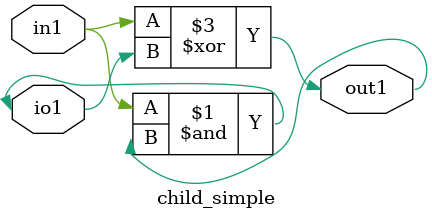
<source format=sv>
module child_simple (
    input logic in1,
    output logic out1,
    inout wire io1
);
    assign io1 = in1 & out1;
    always_comb begin
        out1 = in1 ^ io1;
    end
endmodule


</source>
